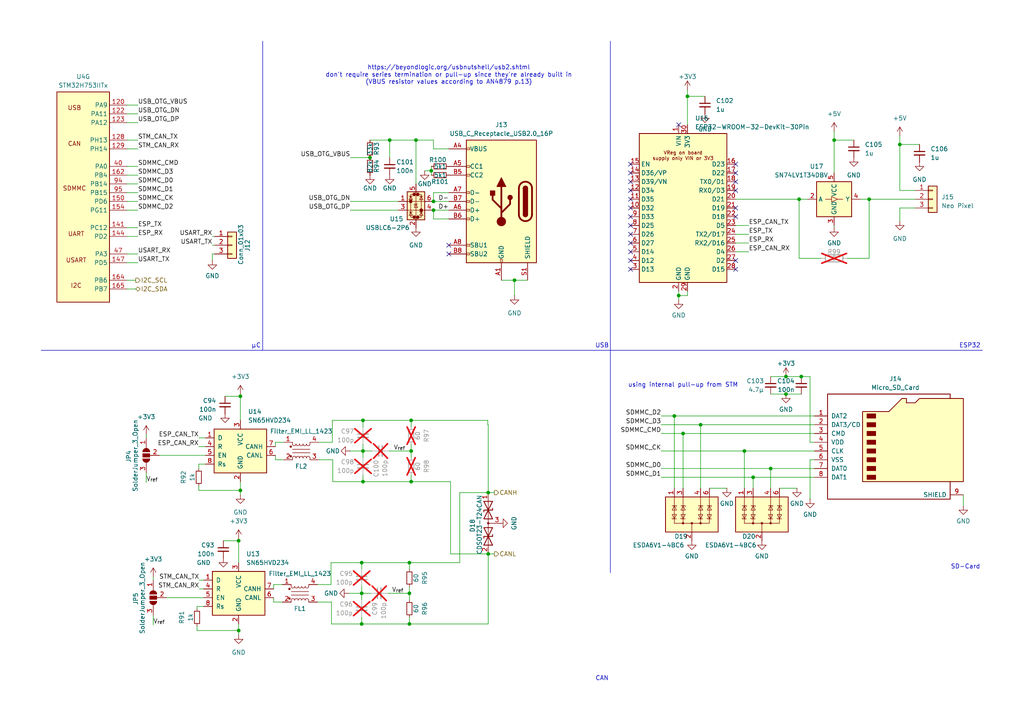
<source format=kicad_sch>
(kicad_sch
	(version 20250114)
	(generator "eeschema")
	(generator_version "9.0")
	(uuid "c61dd313-04ad-474f-9718-66b9bce07315")
	(paper "A4")
	
	(text "USB"
		(exclude_from_sim no)
		(at 174.625 100.33 0)
		(effects
			(font
				(size 1.27 1.27)
			)
		)
		(uuid "030ac795-edf5-444d-9323-762df8451be4")
	)
	(text "SD-Card"
		(exclude_from_sim no)
		(at 280.035 164.465 0)
		(effects
			(font
				(size 1.27 1.27)
			)
		)
		(uuid "05828fab-2d04-4397-b843-7a8ebdd025b6")
	)
	(text "don't require series termination or pull-up since they're already built in\n(VBUS resistor values according to AN4879 p.13)"
		(exclude_from_sim no)
		(at 130.175 22.86 0)
		(effects
			(font
				(size 1.27 1.27)
			)
		)
		(uuid "1055d774-b6a1-419a-b048-36be66eef259")
	)
	(text "µC"
		(exclude_from_sim no)
		(at 74.295 100.33 0)
		(effects
			(font
				(size 1.27 1.27)
			)
		)
		(uuid "116a24cc-e1f0-4e0d-bea5-abd9a8f91599")
	)
	(text "https://beyondlogic.org/usbnutshell/usb2.shtml"
		(exclude_from_sim no)
		(at 130.175 19.685 0)
		(effects
			(font
				(size 1.27 1.27)
			)
		)
		(uuid "17aebb66-f36f-4773-91b3-aa6e98e3a3df")
	)
	(text "ESP32"
		(exclude_from_sim no)
		(at 281.305 100.33 0)
		(effects
			(font
				(size 1.27 1.27)
			)
		)
		(uuid "2f1a1088-c0ce-4de9-ae6e-34c8798ff98b")
	)
	(text "using internal pull-up from STM"
		(exclude_from_sim no)
		(at 198.12 111.76 0)
		(effects
			(font
				(size 1.27 1.27)
			)
		)
		(uuid "a2052886-6177-4247-95db-c4b735b95dd6")
	)
	(text "CAN"
		(exclude_from_sim no)
		(at 174.625 196.85 0)
		(effects
			(font
				(size 1.27 1.27)
			)
		)
		(uuid "aaa6aba1-4600-4726-ab41-4812b09f5f58")
	)
	(junction
		(at 231.775 57.785)
		(diameter 0)
		(color 0 0 0 0)
		(uuid "05cfbb34-84b8-41f9-b2c6-e5b00514da1d")
	)
	(junction
		(at 215.9 130.81)
		(diameter 0)
		(color 0 0 0 0)
		(uuid "0bbc3a19-37df-42ad-91f0-8540a0395fb7")
	)
	(junction
		(at 227.965 109.22)
		(diameter 0)
		(color 0 0 0 0)
		(uuid "18ab2d23-28e9-4932-9559-08cfc3b6ac2c")
	)
	(junction
		(at 232.41 109.22)
		(diameter 0)
		(color 0 0 0 0)
		(uuid "24fd9673-2273-4cc7-b851-95d6418ffacd")
	)
	(junction
		(at 118.745 180.975)
		(diameter 0)
		(color 0 0 0 0)
		(uuid "28a47998-b579-477b-8bd7-5184e4777d5e")
	)
	(junction
		(at 119.253 130.81)
		(diameter 0)
		(color 0 0 0 0)
		(uuid "3162dd44-bd73-462d-a1ba-3ec68e82b83a")
	)
	(junction
		(at 252.095 57.785)
		(diameter 0)
		(color 0 0 0 0)
		(uuid "318c4647-7bc1-4283-9b65-f73983dbd071")
	)
	(junction
		(at 149.225 81.28)
		(diameter 0)
		(color 0 0 0 0)
		(uuid "3c1013bf-bfba-435b-96c5-025b99d0e79f")
	)
	(junction
		(at 69.723 142.24)
		(diameter 0)
		(color 0 0 0 0)
		(uuid "3d875b4c-a7a5-4903-ad64-3ecea35d872b")
	)
	(junction
		(at 69.723 114.935)
		(diameter 0)
		(color 0 0 0 0)
		(uuid "41b0bad5-7e8d-4b02-8ba8-4522831df7e6")
	)
	(junction
		(at 107.315 45.72)
		(diameter 0)
		(color 0 0 0 0)
		(uuid "46e9cd3f-c4dc-4e06-874a-970861c8e4d0")
	)
	(junction
		(at 195.58 120.65)
		(diameter 0)
		(color 0 0 0 0)
		(uuid "483c68f8-8db5-413f-96da-d4c2dccc7777")
	)
	(junction
		(at 69.215 182.88)
		(diameter 0)
		(color 0 0 0 0)
		(uuid "4dfb8dde-4cef-4814-89d9-dc2c67abc0ea")
	)
	(junction
		(at 218.44 138.43)
		(diameter 0)
		(color 0 0 0 0)
		(uuid "50b25640-4ca4-435d-9ca2-96918ac454bf")
	)
	(junction
		(at 198.12 125.73)
		(diameter 0)
		(color 0 0 0 0)
		(uuid "52bd35f7-90f4-444f-80c2-b19c5579d427")
	)
	(junction
		(at 104.902 163.195)
		(diameter 0)
		(color 0 0 0 0)
		(uuid "53b32a67-343e-432d-9256-006aedde493b")
	)
	(junction
		(at 119.253 139.7)
		(diameter 0)
		(color 0 0 0 0)
		(uuid "6c0e76a3-6aad-4fb4-a948-d5eac4447136")
	)
	(junction
		(at 105.283 121.92)
		(diameter 0)
		(color 0 0 0 0)
		(uuid "7481ae21-ea6c-45fa-90b7-25db4fcacac0")
	)
	(junction
		(at 125.73 60.96)
		(diameter 0)
		(color 0 0 0 0)
		(uuid "76eb61ee-a5dc-435a-8704-218432069d76")
	)
	(junction
		(at 227.965 114.3)
		(diameter 0)
		(color 0 0 0 0)
		(uuid "7b77a6c7-da0a-42bd-826a-b38b72133772")
	)
	(junction
		(at 69.215 156.845)
		(diameter 0)
		(color 0 0 0 0)
		(uuid "7c2aa378-d994-4cbb-a7fd-662b6a6dbd3e")
	)
	(junction
		(at 223.52 135.89)
		(diameter 0)
		(color 0 0 0 0)
		(uuid "83a97a6e-f8be-41f0-8991-cb39de58c4f2")
	)
	(junction
		(at 199.39 27.94)
		(diameter 0)
		(color 0 0 0 0)
		(uuid "8a2ddf5a-e56d-4ddb-b3a7-3ce78fdb1ea7")
	)
	(junction
		(at 104.902 180.975)
		(diameter 0)
		(color 0 0 0 0)
		(uuid "8c902d7a-9a97-4247-a024-6511c85f57b0")
	)
	(junction
		(at 119.253 121.92)
		(diameter 0)
		(color 0 0 0 0)
		(uuid "9727df9d-30c2-4d31-a4a4-c18de4a38ffd")
	)
	(junction
		(at 141.605 160.655)
		(diameter 0)
		(color 0 0 0 0)
		(uuid "9b258187-c52a-4e59-8789-b7ac6ed5dc99")
	)
	(junction
		(at 104.902 172.085)
		(diameter 0)
		(color 0 0 0 0)
		(uuid "9cc87ece-ed33-40de-966c-51c2001dc894")
	)
	(junction
		(at 105.283 130.81)
		(diameter 0)
		(color 0 0 0 0)
		(uuid "9cdc856e-55bf-4f24-8496-a3f3c835efb4")
	)
	(junction
		(at 120.65 40.64)
		(diameter 0)
		(color 0 0 0 0)
		(uuid "9ea8c7a2-1503-4324-bc92-c95e051488ac")
	)
	(junction
		(at 141.605 142.875)
		(diameter 0)
		(color 0 0 0 0)
		(uuid "a02cb7ca-67e1-4267-9b51-48bfa47aa699")
	)
	(junction
		(at 203.2 123.19)
		(diameter 0)
		(color 0 0 0 0)
		(uuid "a030d523-f685-498c-a6ce-88394aca3cb6")
	)
	(junction
		(at 118.745 163.195)
		(diameter 0)
		(color 0 0 0 0)
		(uuid "b60abf17-3e74-47af-a488-26c720dd0b0f")
	)
	(junction
		(at 118.745 172.085)
		(diameter 0)
		(color 0 0 0 0)
		(uuid "b6c8fd7b-67f5-4777-9880-dd70ef3914a0")
	)
	(junction
		(at 196.85 85.725)
		(diameter 0)
		(color 0 0 0 0)
		(uuid "cee00a16-43e6-4734-87be-e840da75aabc")
	)
	(junction
		(at 105.283 139.7)
		(diameter 0)
		(color 0 0 0 0)
		(uuid "cf065f4e-64c6-411f-9278-3cbeff3ad8fd")
	)
	(junction
		(at 125.095 49.53)
		(diameter 0)
		(color 0 0 0 0)
		(uuid "d302f7ee-d45d-43f0-9f1f-85368a116229")
	)
	(junction
		(at 260.985 41.91)
		(diameter 0)
		(color 0 0 0 0)
		(uuid "e4280f40-0a8b-46b8-8a3f-bdc2bbc7d561")
	)
	(junction
		(at 241.935 40.64)
		(diameter 0)
		(color 0 0 0 0)
		(uuid "e66e4697-c658-4daa-8505-29693d7c6fa8")
	)
	(junction
		(at 125.73 58.42)
		(diameter 0)
		(color 0 0 0 0)
		(uuid "e8da3965-6ebf-4303-bffa-5c0b2fe16f2a")
	)
	(junction
		(at 113.03 40.64)
		(diameter 0)
		(color 0 0 0 0)
		(uuid "eef95e3a-9baf-4512-9c0f-0fb5481cc6c4")
	)
	(no_connect
		(at 182.88 73.025)
		(uuid "0f78565a-9a79-4977-842d-db81c2f3a858")
	)
	(no_connect
		(at 182.88 55.245)
		(uuid "1635493b-c0b0-4b22-91c0-dd20f89d28d6")
	)
	(no_connect
		(at 182.88 57.785)
		(uuid "2cd37b9b-1e16-4721-baaf-0f02fff9ee15")
	)
	(no_connect
		(at 213.36 47.625)
		(uuid "2e298096-7ace-418c-89a7-3d43d6bed0db")
	)
	(no_connect
		(at 182.88 60.325)
		(uuid "3bc25636-dee2-443e-8ccb-a980f456ac63")
	)
	(no_connect
		(at 182.88 50.165)
		(uuid "43d8676e-50c6-4697-acd1-a078ec396d67")
	)
	(no_connect
		(at 182.88 65.405)
		(uuid "4a7c660c-ecc7-4617-8099-7833ce97674f")
	)
	(no_connect
		(at 182.88 47.625)
		(uuid "5a25121c-a1f8-402a-a503-9b4b6773db57")
	)
	(no_connect
		(at 196.85 36.195)
		(uuid "5c9306cf-381b-4d82-8a3a-52bc964f2a36")
	)
	(no_connect
		(at 213.36 52.705)
		(uuid "5c964bdf-2ed2-4eef-b541-8ce09ccb6359")
	)
	(no_connect
		(at 182.88 78.105)
		(uuid "5cab31a6-586b-4cbb-8e74-6785a73b7287")
	)
	(no_connect
		(at 213.36 75.565)
		(uuid "627c0ac6-463b-4d74-9056-912f48f57f8c")
	)
	(no_connect
		(at 182.88 67.945)
		(uuid "662f2eb1-7541-4b5a-9b3e-348e11036abd")
	)
	(no_connect
		(at 182.88 52.705)
		(uuid "73269fd7-c364-4aef-a8b5-a2eabdfa97a8")
	)
	(no_connect
		(at 213.36 60.325)
		(uuid "797e1eed-a489-45da-8c0f-184fc597169c")
	)
	(no_connect
		(at 182.88 75.565)
		(uuid "8365a6d4-6d29-461b-904c-0324ca06fc5a")
	)
	(no_connect
		(at 182.88 62.865)
		(uuid "8ac847d1-9069-40ae-a3f2-d3aed782fb55")
	)
	(no_connect
		(at 213.36 78.105)
		(uuid "8f56c4af-52dc-4612-9881-b40f131d9649")
	)
	(no_connect
		(at 213.36 50.165)
		(uuid "b938ea39-6292-4387-8cd7-875c20a9d49a")
	)
	(no_connect
		(at 130.175 71.12)
		(uuid "d7064c93-16c6-497d-859a-7b410a29e175")
	)
	(no_connect
		(at 213.36 55.245)
		(uuid "da2de24c-d775-46ec-8771-ff0ede014a17")
	)
	(no_connect
		(at 130.175 73.66)
		(uuid "e5cfba84-9aae-4335-81b2-f9420a56298e")
	)
	(no_connect
		(at 182.88 70.485)
		(uuid "e700e196-44ff-4ef8-a8e9-38a5e666b895")
	)
	(no_connect
		(at 213.36 62.865)
		(uuid "ffc9674a-9076-447f-ba67-71a5716efeb9")
	)
	(wire
		(pts
			(xy 198.12 125.73) (xy 198.12 141.605)
		)
		(stroke
			(width 0)
			(type default)
		)
		(uuid "0126e725-cd4a-43de-a635-49074d4eee16")
	)
	(wire
		(pts
			(xy 113.03 40.64) (xy 120.65 40.64)
		)
		(stroke
			(width 0)
			(type default)
		)
		(uuid "03b6b96d-d108-4c6b-b2b6-d370d0813a07")
	)
	(wire
		(pts
			(xy 40.005 53.34) (xy 36.83 53.34)
		)
		(stroke
			(width 0)
			(type default)
		)
		(uuid "069c83cc-66af-4239-a3f2-6fc7c9797843")
	)
	(wire
		(pts
			(xy 227.965 109.22) (xy 232.41 109.22)
		)
		(stroke
			(width 0)
			(type default)
		)
		(uuid "0720b77c-06ec-4ddc-af8a-933409149d5c")
	)
	(wire
		(pts
			(xy 252.095 57.785) (xy 252.095 74.93)
		)
		(stroke
			(width 0)
			(type default)
		)
		(uuid "07821e1a-6081-4b53-af8d-3407e5dfe479")
	)
	(wire
		(pts
			(xy 96.139 174.625) (xy 96.139 180.975)
		)
		(stroke
			(width 0)
			(type default)
		)
		(uuid "07b7ef48-98f5-4f9c-8c83-e93a23111e86")
	)
	(wire
		(pts
			(xy 217.17 65.405) (xy 213.36 65.405)
		)
		(stroke
			(width 0)
			(type default)
		)
		(uuid "08072ded-74bf-4b0b-806c-19444be54a5d")
	)
	(wire
		(pts
			(xy 101.6 58.42) (xy 115.57 58.42)
		)
		(stroke
			(width 0)
			(type default)
		)
		(uuid "082fce0a-328f-4c33-b82d-f736243226bd")
	)
	(wire
		(pts
			(xy 125.095 49.53) (xy 125.095 50.8)
		)
		(stroke
			(width 0)
			(type default)
		)
		(uuid "0ea0bb12-e71d-4036-85a4-6c19fe123590")
	)
	(wire
		(pts
			(xy 79.883 133.35) (xy 79.883 132.08)
		)
		(stroke
			(width 0)
			(type default)
		)
		(uuid "0eb24822-65ba-4fcc-a791-110a601cab9c")
	)
	(wire
		(pts
			(xy 241.935 40.64) (xy 247.65 40.64)
		)
		(stroke
			(width 0)
			(type default)
		)
		(uuid "0ec11d76-de2c-47d9-b68b-71e96f39e5f7")
	)
	(wire
		(pts
			(xy 36.83 55.88) (xy 40.005 55.88)
		)
		(stroke
			(width 0)
			(type default)
		)
		(uuid "0f23c12c-ee24-49ec-857a-7c94676913f0")
	)
	(wire
		(pts
			(xy 113.03 40.64) (xy 113.03 45.72)
		)
		(stroke
			(width 0)
			(type default)
		)
		(uuid "0f360adf-082b-43ce-b071-56ba3d6d1ff9")
	)
	(wire
		(pts
			(xy 223.52 135.89) (xy 236.22 135.89)
		)
		(stroke
			(width 0)
			(type default)
		)
		(uuid "0fe1c355-612f-4426-80ff-01e842356dec")
	)
	(wire
		(pts
			(xy 199.39 27.94) (xy 199.39 36.195)
		)
		(stroke
			(width 0)
			(type default)
		)
		(uuid "11371f3a-622b-4d06-958d-0de2e3aefad4")
	)
	(wire
		(pts
			(xy 44.45 178.435) (xy 44.45 181.229)
		)
		(stroke
			(width 0)
			(type default)
		)
		(uuid "1191196b-173d-4dee-bb6d-b29a4d435163")
	)
	(wire
		(pts
			(xy 260.985 41.91) (xy 260.985 55.245)
		)
		(stroke
			(width 0)
			(type default)
		)
		(uuid "11fcf8a6-a9da-4e10-b537-040a5f04eac6")
	)
	(wire
		(pts
			(xy 92.075 169.545) (xy 96.012 169.545)
		)
		(stroke
			(width 0)
			(type default)
		)
		(uuid "1255d5b2-c80c-45ce-8562-7f9325184eb2")
	)
	(wire
		(pts
			(xy 119.253 121.92) (xy 141.478 121.92)
		)
		(stroke
			(width 0)
			(type default)
		)
		(uuid "16abee5d-4262-4bfd-ba27-099017bd3c89")
	)
	(wire
		(pts
			(xy 199.39 85.725) (xy 199.39 84.455)
		)
		(stroke
			(width 0)
			(type default)
		)
		(uuid "175d1789-0795-45ea-bebd-00c51a23ce0a")
	)
	(wire
		(pts
			(xy 191.77 135.89) (xy 223.52 135.89)
		)
		(stroke
			(width 0)
			(type default)
		)
		(uuid "1771b8ef-8c2d-4dbc-bfd3-902fd9585271")
	)
	(wire
		(pts
			(xy 61.595 73.66) (xy 61.595 75.565)
		)
		(stroke
			(width 0)
			(type default)
		)
		(uuid "1851c3fc-c833-4316-939d-3a55a4935065")
	)
	(wire
		(pts
			(xy 61.595 71.12) (xy 62.23 71.12)
		)
		(stroke
			(width 0)
			(type default)
		)
		(uuid "18ab3ef7-d310-4dfe-9bd7-87f1a836a671")
	)
	(wire
		(pts
			(xy 36.83 33.02) (xy 40.005 33.02)
		)
		(stroke
			(width 0)
			(type default)
		)
		(uuid "1b135d7b-8f10-4d19-9a19-146ba9d74198")
	)
	(wire
		(pts
			(xy 112.522 172.085) (xy 118.745 172.085)
		)
		(stroke
			(width 0)
			(type default)
		)
		(uuid "1c380b4c-4cae-4aa6-b682-a869ce94709e")
	)
	(wire
		(pts
			(xy 96.393 121.92) (xy 105.283 121.92)
		)
		(stroke
			(width 0)
			(type default)
		)
		(uuid "1c39585e-5704-44d0-a33d-b3876c68f352")
	)
	(wire
		(pts
			(xy 69.723 114.3) (xy 69.723 114.935)
		)
		(stroke
			(width 0)
			(type default)
		)
		(uuid "1e2b6175-d853-4821-ba74-1f24382ec349")
	)
	(wire
		(pts
			(xy 105.283 121.92) (xy 119.253 121.92)
		)
		(stroke
			(width 0)
			(type default)
		)
		(uuid "1ecee70f-1b0e-4963-98bb-53f91fcf7497")
	)
	(wire
		(pts
			(xy 118.745 170.18) (xy 118.745 172.085)
		)
		(stroke
			(width 0)
			(type default)
		)
		(uuid "216a5d0c-6bc2-4d57-bfc1-a0137443fd45")
	)
	(wire
		(pts
			(xy 125.73 55.88) (xy 130.175 55.88)
		)
		(stroke
			(width 0)
			(type default)
		)
		(uuid "21acc590-ee7c-4d1e-8e1e-92f9f843d3c0")
	)
	(wire
		(pts
			(xy 36.83 60.96) (xy 40.005 60.96)
		)
		(stroke
			(width 0)
			(type default)
		)
		(uuid "2201ad5c-2ea0-4a84-9169-84f97ac3d850")
	)
	(wire
		(pts
			(xy 125.73 60.96) (xy 130.175 60.96)
		)
		(stroke
			(width 0)
			(type default)
		)
		(uuid "23e71670-b058-4e01-a066-4bf14b43a603")
	)
	(wire
		(pts
			(xy 118.745 172.085) (xy 118.745 173.99)
		)
		(stroke
			(width 0)
			(type default)
		)
		(uuid "25fcae18-2fce-4a2e-b99e-14db92c22b5a")
	)
	(wire
		(pts
			(xy 133.35 142.875) (xy 141.605 142.875)
		)
		(stroke
			(width 0)
			(type default)
		)
		(uuid "27d7ae8c-7eae-4f28-bd8f-3df57c79cc78")
	)
	(wire
		(pts
			(xy 217.17 73.025) (xy 213.36 73.025)
		)
		(stroke
			(width 0)
			(type default)
		)
		(uuid "29423af5-f664-45ad-bb1e-0735e38873c2")
	)
	(wire
		(pts
			(xy 118.745 163.195) (xy 133.35 163.195)
		)
		(stroke
			(width 0)
			(type default)
		)
		(uuid "2d763691-facb-4f15-9e9f-59c2b2d09226")
	)
	(wire
		(pts
			(xy 40.005 30.48) (xy 36.83 30.48)
		)
		(stroke
			(width 0)
			(type default)
		)
		(uuid "2e6d5f7d-e2c5-4fff-9ab8-ff9e5059fed6")
	)
	(wire
		(pts
			(xy 238.125 74.93) (xy 231.775 74.93)
		)
		(stroke
			(width 0)
			(type default)
		)
		(uuid "2fa12003-ea95-4a7e-a7b4-8f6dd8428bb3")
	)
	(wire
		(pts
			(xy 44.45 167.259) (xy 44.45 168.275)
		)
		(stroke
			(width 0)
			(type default)
		)
		(uuid "2fe633c0-4d3d-40d2-b66e-9c920b1c7a86")
	)
	(wire
		(pts
			(xy 218.44 141.605) (xy 218.44 138.43)
		)
		(stroke
			(width 0)
			(type default)
		)
		(uuid "3173a2ad-906e-47f8-a364-fc370f3c628a")
	)
	(wire
		(pts
			(xy 145.415 151.765) (xy 144.653 151.765)
		)
		(stroke
			(width 0)
			(type default)
		)
		(uuid "31a4bbdf-559b-4207-a858-901d74817d56")
	)
	(wire
		(pts
			(xy 65.278 114.935) (xy 69.723 114.935)
		)
		(stroke
			(width 0)
			(type default)
		)
		(uuid "32faf47c-e64c-44b4-9d62-4d28d8d4153b")
	)
	(polyline
		(pts
			(xy 11.938 101.6) (xy 284.988 101.6)
		)
		(stroke
			(width 0)
			(type default)
		)
		(uuid "3585df17-1500-4acf-8047-979ff4b5fedc")
	)
	(wire
		(pts
			(xy 69.215 182.88) (xy 69.215 184.15)
		)
		(stroke
			(width 0)
			(type default)
		)
		(uuid "364b407f-3b1e-4c62-9eb8-d29a94c13635")
	)
	(wire
		(pts
			(xy 130.683 160.655) (xy 130.683 139.7)
		)
		(stroke
			(width 0)
			(type default)
		)
		(uuid "37424b4b-71c8-41c4-b362-ea3007ee2cc4")
	)
	(wire
		(pts
			(xy 231.775 74.93) (xy 231.775 57.785)
		)
		(stroke
			(width 0)
			(type default)
		)
		(uuid "393f9b29-c1fb-4477-8410-888c1c775882")
	)
	(wire
		(pts
			(xy 241.935 38.1) (xy 241.935 40.64)
		)
		(stroke
			(width 0)
			(type default)
		)
		(uuid "395ffaba-dbfc-4c84-b3a1-2617223e9f3e")
	)
	(wire
		(pts
			(xy 96.52 133.35) (xy 96.52 139.7)
		)
		(stroke
			(width 0)
			(type default)
		)
		(uuid "3b6bddeb-5651-4db5-98b2-9b6f3f702707")
	)
	(wire
		(pts
			(xy 101.6 45.72) (xy 107.315 45.72)
		)
		(stroke
			(width 0)
			(type default)
		)
		(uuid "3d2cc28f-a815-44ff-b579-98f1bafc55ff")
	)
	(wire
		(pts
			(xy 236.22 128.27) (xy 234.95 128.27)
		)
		(stroke
			(width 0)
			(type default)
		)
		(uuid "3d36dc6e-fb6c-4d22-b425-43462a3be059")
	)
	(wire
		(pts
			(xy 36.83 73.66) (xy 40.005 73.66)
		)
		(stroke
			(width 0)
			(type default)
		)
		(uuid "3e2111f4-1096-49ea-babe-955e0bcbceb6")
	)
	(wire
		(pts
			(xy 119.253 128.905) (xy 119.253 130.81)
		)
		(stroke
			(width 0)
			(type default)
		)
		(uuid "418d6449-7d54-435c-9348-9ebcc667fba1")
	)
	(wire
		(pts
			(xy 149.225 81.28) (xy 145.415 81.28)
		)
		(stroke
			(width 0)
			(type default)
		)
		(uuid "43eb60ad-a089-43b3-8c73-3cd2d4334140")
	)
	(wire
		(pts
			(xy 226.06 141.605) (xy 231.14 141.605)
		)
		(stroke
			(width 0)
			(type default)
		)
		(uuid "4509c7f5-35ec-4bd1-89e7-1a05d5b53aa2")
	)
	(wire
		(pts
			(xy 125.73 58.42) (xy 125.73 55.88)
		)
		(stroke
			(width 0)
			(type default)
		)
		(uuid "4991bdca-b170-43ed-84ef-9caf2ab85aec")
	)
	(wire
		(pts
			(xy 118.745 179.07) (xy 118.745 180.975)
		)
		(stroke
			(width 0)
			(type default)
		)
		(uuid "4abd7593-788c-4faf-8edb-6bf231a57d07")
	)
	(wire
		(pts
			(xy 61.595 68.58) (xy 62.23 68.58)
		)
		(stroke
			(width 0)
			(type default)
		)
		(uuid "4c385e60-1b83-4735-8d87-273cadd39ee9")
	)
	(wire
		(pts
			(xy 120.65 40.64) (xy 125.73 40.64)
		)
		(stroke
			(width 0)
			(type default)
		)
		(uuid "4c4a7a36-80ee-4595-b311-1291392bf06c")
	)
	(wire
		(pts
			(xy 231.775 57.785) (xy 234.315 57.785)
		)
		(stroke
			(width 0)
			(type default)
		)
		(uuid "4dc32d7f-3ff8-43a5-afb9-2f4908b6a181")
	)
	(wire
		(pts
			(xy 141.605 160.655) (xy 141.605 180.975)
		)
		(stroke
			(width 0)
			(type default)
		)
		(uuid "4f3190e5-1fec-4c20-8c78-bb72eed0982d")
	)
	(wire
		(pts
			(xy 260.985 55.245) (xy 265.43 55.245)
		)
		(stroke
			(width 0)
			(type default)
		)
		(uuid "4f4d3fff-85b9-4083-bd46-2b914ab4a849")
	)
	(wire
		(pts
			(xy 223.52 135.89) (xy 223.52 141.605)
		)
		(stroke
			(width 0)
			(type default)
		)
		(uuid "4ff43a78-6f92-4a7c-8cfb-ed39be066f5a")
	)
	(wire
		(pts
			(xy 234.95 133.35) (xy 234.95 144.78)
		)
		(stroke
			(width 0)
			(type default)
		)
		(uuid "5121f087-75a7-4517-bf80-93142898bd7b")
	)
	(wire
		(pts
			(xy 223.52 114.3) (xy 227.965 114.3)
		)
		(stroke
			(width 0)
			(type default)
		)
		(uuid "551574cf-3580-4b1f-8680-a14f6beb8bdd")
	)
	(wire
		(pts
			(xy 79.883 128.27) (xy 82.296 128.27)
		)
		(stroke
			(width 0)
			(type default)
		)
		(uuid "569600ce-4916-426c-ad6a-43656f889c21")
	)
	(wire
		(pts
			(xy 69.215 156.21) (xy 69.215 156.845)
		)
		(stroke
			(width 0)
			(type default)
		)
		(uuid "573d52d7-2912-42f7-a32c-98f9437fcfb4")
	)
	(wire
		(pts
			(xy 57.785 168.275) (xy 59.055 168.275)
		)
		(stroke
			(width 0)
			(type default)
		)
		(uuid "58a5b0f4-7372-4ed6-b2ff-21c9fc14c383")
	)
	(wire
		(pts
			(xy 191.77 138.43) (xy 218.44 138.43)
		)
		(stroke
			(width 0)
			(type default)
		)
		(uuid "5c2584d9-d8f6-4dbe-931c-d205c3941d47")
	)
	(wire
		(pts
			(xy 105.283 139.7) (xy 119.253 139.7)
		)
		(stroke
			(width 0)
			(type default)
		)
		(uuid "5c8a4f71-ee4a-46e2-86ff-f735840fe6ca")
	)
	(wire
		(pts
			(xy 249.555 57.785) (xy 252.095 57.785)
		)
		(stroke
			(width 0)
			(type default)
		)
		(uuid "5dfc728b-36a2-4990-a0c8-dbb05f1fc760")
	)
	(wire
		(pts
			(xy 119.253 139.7) (xy 130.683 139.7)
		)
		(stroke
	
... [133987 chars truncated]
</source>
